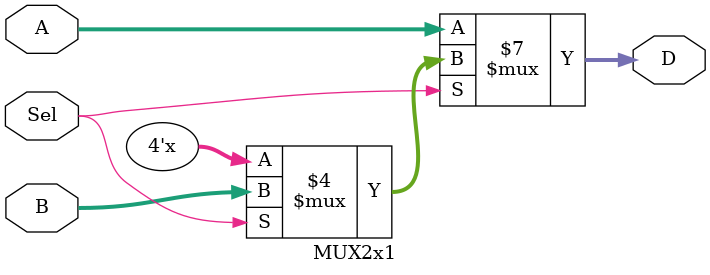
<source format=v>
`timescale 1ns / 1ps

module MUX2x1 #(parameter DATAWIDTH = 4)(A, B, Sel, D);
	input      [DATAWIDTH-1:0] A, B;
	input                      Sel;
	output reg [DATAWIDTH-1:0] D;

	always @(A,B,Sel) begin
		if (Sel == 1'b0)
			D <= A;
		else if (Sel == 1'b1)
			D <= B;
	end
endmodule
</source>
